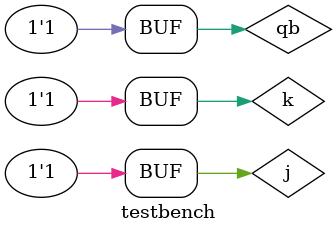
<source format=v>
module JK(j,k,qb,q,t);
input j;
input k;
input qb;
output q;
output t;

wire q1,q2;

nand na1(q1,k,qb);
nand na2(q2,j,(~qb));
nand na3(t,q1,qb);
nand na4(q,q2,t);

endmodule

module testbench();
reg j,k,qb;
wire q,t;

JK f1(j,k,qb,q,t);

initial
begin

$monitor("Q[1] = %b : J = %b : K = %b : Q = %b : Q` = %b",qb,j,k,q,t);
$dumpfile("jk.vcd");
$dumpvars;

qb = 1'b0;
j = 1'b0 ; k = 1'b0 ; #5 
j = 1'b0 ; k = 1'b1 ; #5 
j = 1'b1 ; k = 1'b0 ; #5 
j = 1'b1 ; k = 1'b1 ; #5 
j = 1'b1 ; k = 1'b1 ; #5
qb = 1'b1;
j = 1'b0 ; k = 1'b0 ; #5 
j = 1'b0 ; k = 1'b1 ; #5 
j = 1'b1 ; k = 1'b0 ; #5 
j = 1'b1 ; k = 1'b1 ; #5 
j = 1'b1 ; k = 1'b1 ; #5
j = 1'b1 ; k = 1'b1 ;

end
endmodule

</source>
